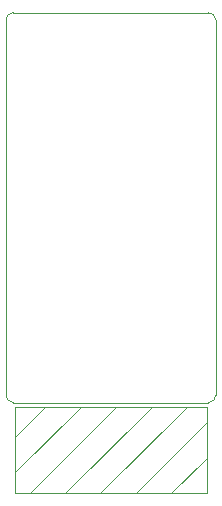
<source format=gbr>
%TF.GenerationSoftware,KiCad,Pcbnew,5.1.5+dfsg1-2~bpo10+1*%
%TF.CreationDate,Date%
%TF.ProjectId,ProMicro_ESP12E,50726f4d-6963-4726-9f5f-455350313245,v1.0*%
%TF.SameCoordinates,Original*%
%TF.FileFunction,OtherDrawing,Comment*%
%FSLAX45Y45*%
G04 Gerber Fmt 4.5, Leading zero omitted, Abs format (unit mm)*
G04 Created by KiCad*
%MOMM*%
%LPD*%
G04 APERTURE LIST*
%ADD10C,0.100000*%
%ADD11C,0.120000*%
G04 APERTURE END LIST*
D10*
X-63500Y3175000D02*
G75*
G03X-127000Y3111500I0J-63500D01*
G01*
X1651000Y3111500D02*
G75*
G03X1587500Y3175000I-63500J0D01*
G01*
X1587500Y-127000D02*
G75*
G03X1651000Y-63500I0J63500D01*
G01*
X-127000Y-63500D02*
G75*
G03X-63500Y-127000I63500J0D01*
G01*
X-127000Y3111500D02*
X-127000Y-63500D01*
X1587500Y3175000D02*
X-63500Y3175000D01*
X1651000Y-63500D02*
X1651000Y3111500D01*
X-63500Y-127000D02*
X1587500Y-127000D01*
D11*
X206000Y-162500D02*
X-50000Y-418500D01*
X506000Y-162500D02*
X-50000Y-718500D01*
X806000Y-162500D02*
X74000Y-894500D01*
X1106000Y-162500D02*
X374000Y-894500D01*
X1406000Y-162500D02*
X674000Y-894500D01*
X1574000Y-294500D02*
X974000Y-894500D01*
X1574000Y-594500D02*
X1274000Y-894500D01*
X1574000Y-162500D02*
X1574000Y-894500D01*
X-50000Y-162500D02*
X1574000Y-162500D01*
X-50000Y-894500D02*
X-50000Y-162500D01*
X1574000Y-894500D02*
X-50000Y-894500D01*
M02*

</source>
